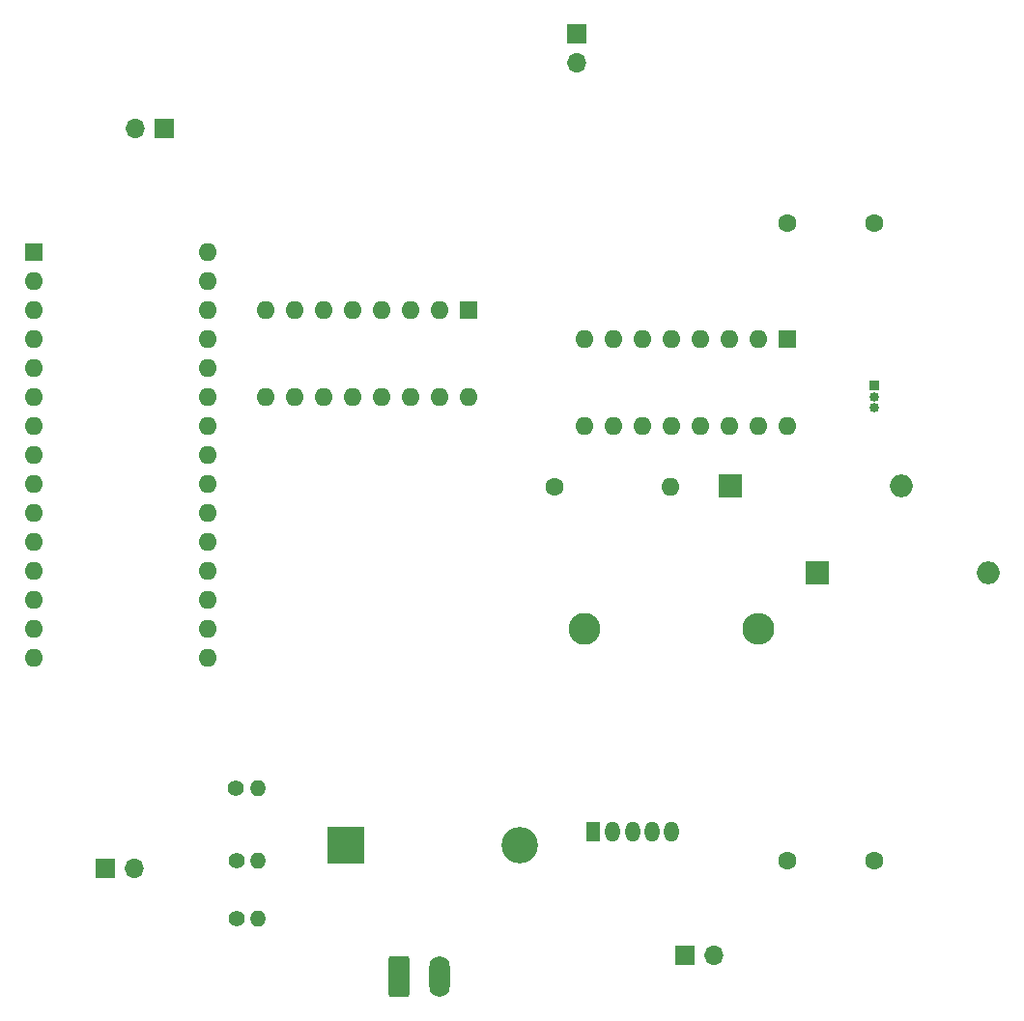
<source format=gbr>
%TF.GenerationSoftware,KiCad,Pcbnew,7.0.2*%
%TF.CreationDate,2023-04-22T23:51:56+05:30*%
%TF.ProjectId,Final circuit pcb file,46696e61-6c20-4636-9972-637569742070,rev?*%
%TF.SameCoordinates,Original*%
%TF.FileFunction,Copper,L2,Bot*%
%TF.FilePolarity,Positive*%
%FSLAX46Y46*%
G04 Gerber Fmt 4.6, Leading zero omitted, Abs format (unit mm)*
G04 Created by KiCad (PCBNEW 7.0.2) date 2023-04-22 23:51:56*
%MOMM*%
%LPD*%
G01*
G04 APERTURE LIST*
G04 Aperture macros list*
%AMRoundRect*
0 Rectangle with rounded corners*
0 $1 Rounding radius*
0 $2 $3 $4 $5 $6 $7 $8 $9 X,Y pos of 4 corners*
0 Add a 4 corners polygon primitive as box body*
4,1,4,$2,$3,$4,$5,$6,$7,$8,$9,$2,$3,0*
0 Add four circle primitives for the rounded corners*
1,1,$1+$1,$2,$3*
1,1,$1+$1,$4,$5*
1,1,$1+$1,$6,$7*
1,1,$1+$1,$8,$9*
0 Add four rect primitives between the rounded corners*
20,1,$1+$1,$2,$3,$4,$5,0*
20,1,$1+$1,$4,$5,$6,$7,0*
20,1,$1+$1,$6,$7,$8,$9,0*
20,1,$1+$1,$8,$9,$2,$3,0*%
G04 Aperture macros list end*
%TA.AperFunction,ComponentPad*%
%ADD10C,1.600000*%
%TD*%
%TA.AperFunction,ComponentPad*%
%ADD11R,1.600000X1.600000*%
%TD*%
%TA.AperFunction,ComponentPad*%
%ADD12O,1.600000X1.600000*%
%TD*%
%TA.AperFunction,ComponentPad*%
%ADD13R,2.000000X2.000000*%
%TD*%
%TA.AperFunction,ComponentPad*%
%ADD14O,2.000000X2.000000*%
%TD*%
%TA.AperFunction,ComponentPad*%
%ADD15RoundRect,0.250000X-0.650000X-1.550000X0.650000X-1.550000X0.650000X1.550000X-0.650000X1.550000X0*%
%TD*%
%TA.AperFunction,ComponentPad*%
%ADD16O,1.800000X3.600000*%
%TD*%
%TA.AperFunction,ComponentPad*%
%ADD17C,1.400000*%
%TD*%
%TA.AperFunction,ComponentPad*%
%ADD18O,1.400000X1.400000*%
%TD*%
%TA.AperFunction,ComponentPad*%
%ADD19R,1.700000X1.700000*%
%TD*%
%TA.AperFunction,ComponentPad*%
%ADD20O,1.700000X1.700000*%
%TD*%
%TA.AperFunction,ComponentPad*%
%ADD21R,1.275000X1.800000*%
%TD*%
%TA.AperFunction,ComponentPad*%
%ADD22O,1.275000X1.800000*%
%TD*%
%TA.AperFunction,ComponentPad*%
%ADD23C,2.800000*%
%TD*%
%TA.AperFunction,ComponentPad*%
%ADD24O,2.800000X2.800000*%
%TD*%
%TA.AperFunction,ComponentPad*%
%ADD25R,0.850000X0.850000*%
%TD*%
%TA.AperFunction,ComponentPad*%
%ADD26O,0.850000X0.850000*%
%TD*%
%TA.AperFunction,ComponentPad*%
%ADD27R,3.200000X3.200000*%
%TD*%
%TA.AperFunction,ComponentPad*%
%ADD28O,3.200000X3.200000*%
%TD*%
G04 APERTURE END LIST*
D10*
%TO.P,R4,1*%
%TO.N,Net-(A1-+5V)*%
X109240000Y-101600000D03*
%TO.P,R4,2*%
%TO.N,GND*%
X116840000Y-101600000D03*
%TD*%
D11*
%TO.P,U3,1,EN1\u002C2*%
%TO.N,Net-(A1-D6)*%
X109220000Y-55880000D03*
D12*
%TO.P,U3,2,1A*%
%TO.N,Net-(A1-D4)*%
X106680000Y-55880000D03*
%TO.P,U3,3,1Y*%
%TO.N,Net-(J3-Pin_1)*%
X104140000Y-55880000D03*
%TO.P,U3,4,GND*%
%TO.N,Net-(A1-GND-Pad29)*%
X101600000Y-55880000D03*
%TO.P,U3,5,GND*%
X99060000Y-55880000D03*
%TO.P,U3,6,2Y*%
%TO.N,Net-(J3-Pin_2)*%
X96520000Y-55880000D03*
%TO.P,U3,7,2A*%
%TO.N,Net-(A1-D4)*%
X93980000Y-55880000D03*
%TO.P,U3,8,VCC2*%
%TO.N,Net-(A1-VIN)*%
X91440000Y-55880000D03*
%TO.P,U3,9,EN3\u002C4*%
%TO.N,Net-(A1-D9)*%
X91440000Y-63500000D03*
%TO.P,U3,10,3A*%
%TO.N,Net-(A1-D8)*%
X93980000Y-63500000D03*
%TO.P,U3,11,3Y*%
%TO.N,Net-(J4-Pin_1)*%
X96520000Y-63500000D03*
%TO.P,U3,12,GND*%
%TO.N,Net-(A1-GND-Pad29)*%
X99060000Y-63500000D03*
%TO.P,U3,13,GND*%
X101600000Y-63500000D03*
%TO.P,U3,14,4Y*%
%TO.N,Net-(J4-Pin_2)*%
X104140000Y-63500000D03*
%TO.P,U3,15,4A*%
%TO.N,Net-(A1-D3)*%
X106680000Y-63500000D03*
%TO.P,U3,16,VCC1*%
%TO.N,Net-(A1-VIN)*%
X109220000Y-63500000D03*
%TD*%
D13*
%TO.P,C1,1*%
%TO.N,+12P*%
X111880000Y-76442500D03*
D14*
%TO.P,C1,2*%
%TO.N,GND*%
X126880000Y-76442500D03*
%TD*%
D11*
%TO.P,U2,1,EN1\u002C2*%
%TO.N,Net-(A1-D6)*%
X81280000Y-53340000D03*
D12*
%TO.P,U2,2,1A*%
%TO.N,Net-(A1-D4)*%
X78740000Y-53340000D03*
%TO.P,U2,3,1Y*%
%TO.N,Net-(J1-Pin_1)*%
X76200000Y-53340000D03*
%TO.P,U2,4,GND*%
%TO.N,Net-(A1-GND-Pad29)*%
X73660000Y-53340000D03*
%TO.P,U2,5,GND*%
X71120000Y-53340000D03*
%TO.P,U2,6,2Y*%
%TO.N,Net-(J1-Pin_2)*%
X68580000Y-53340000D03*
%TO.P,U2,7,2A*%
%TO.N,Net-(A1-D4)*%
X66040000Y-53340000D03*
%TO.P,U2,8,VCC2*%
%TO.N,Net-(A1-VIN)*%
X63500000Y-53340000D03*
%TO.P,U2,9,EN3\u002C4*%
%TO.N,Net-(A1-D9)*%
X63500000Y-60960000D03*
%TO.P,U2,10,3A*%
%TO.N,Net-(A1-D8)*%
X66040000Y-60960000D03*
%TO.P,U2,11,3Y*%
%TO.N,Net-(J2-Pin_1)*%
X68580000Y-60960000D03*
%TO.P,U2,12,GND*%
%TO.N,Net-(A1-GND-Pad29)*%
X71120000Y-60960000D03*
%TO.P,U2,13,GND*%
X73660000Y-60960000D03*
%TO.P,U2,14,4Y*%
%TO.N,Net-(J2-Pin_2)*%
X76200000Y-60960000D03*
%TO.P,U2,15,4A*%
%TO.N,Net-(A1-D3)*%
X78740000Y-60960000D03*
%TO.P,U2,16,VCC1*%
%TO.N,Net-(A1-VIN)*%
X81280000Y-60960000D03*
%TD*%
D15*
%TO.P,J6,1,Pin_1*%
%TO.N,GND*%
X75240000Y-111760000D03*
D16*
%TO.P,J6,2,Pin_2*%
%TO.N,+12P*%
X78740000Y-111760000D03*
%TD*%
D17*
%TO.P,R6,1*%
%TO.N,Net-(R5-Pad2)*%
X60960000Y-106680000D03*
D18*
%TO.P,R6,2*%
%TO.N,GND*%
X62860000Y-106680000D03*
%TD*%
D10*
%TO.P,R3,1*%
%TO.N,Net-(A1-+5V)*%
X109240000Y-45720000D03*
%TO.P,R3,2*%
%TO.N,Net-(A1-A1)*%
X116840000Y-45720000D03*
%TD*%
%TO.P,L1,1,1*%
%TO.N,Net-(D1-K)*%
X88860000Y-68880000D03*
D12*
%TO.P,L1,2,2*%
%TO.N,Net-(A1-VIN)*%
X99020000Y-68880000D03*
%TD*%
D19*
%TO.P,J1,1,Pin_1*%
%TO.N,Net-(J1-Pin_1)*%
X54640000Y-37420000D03*
D20*
%TO.P,J1,2,Pin_2*%
%TO.N,Net-(J1-Pin_2)*%
X52100000Y-37420000D03*
%TD*%
D21*
%TO.P,U1,1,VIN*%
%TO.N,+12P*%
X92260000Y-99060000D03*
D22*
%TO.P,U1,2,OUT*%
%TO.N,Net-(D1-K)*%
X93960000Y-99060000D03*
%TO.P,U1,3,GND*%
%TO.N,GND*%
X95660000Y-99060000D03*
%TO.P,U1,4,FB*%
%TO.N,Net-(U1-FB)*%
X97360000Y-99060000D03*
%TO.P,U1,5,~{ON}/OFF*%
%TO.N,GND*%
X99060000Y-99060000D03*
%TD*%
D23*
%TO.P,R1,1*%
%TO.N,Net-(A1-VIN)*%
X91440000Y-81280000D03*
D24*
%TO.P,R1,2*%
%TO.N,Net-(U1-FB)*%
X106680000Y-81280000D03*
%TD*%
D17*
%TO.P,R2,1*%
%TO.N,Net-(U1-FB)*%
X60910000Y-95280000D03*
D18*
%TO.P,R2,2*%
%TO.N,GND*%
X62810000Y-95280000D03*
%TD*%
D25*
%TO.P,J5,1,Pin_1*%
%TO.N,GND*%
X116840000Y-59960000D03*
D26*
%TO.P,J5,2,Pin_2*%
%TO.N,Net-(A1-+5V)*%
X116840000Y-60960000D03*
%TO.P,J5,3,Pin_3*%
%TO.N,Net-(A1-D10)*%
X116840000Y-61960000D03*
%TD*%
D11*
%TO.P,A1,1,TX1*%
%TO.N,unconnected-(A1-TX1-Pad1)*%
X43180000Y-48260000D03*
D12*
%TO.P,A1,2,RX1*%
%TO.N,unconnected-(A1-RX1-Pad2)*%
X43180000Y-50800000D03*
%TO.P,A1,3,~{RESET}*%
%TO.N,unconnected-(A1-~{RESET}-Pad3)*%
X43180000Y-53340000D03*
%TO.P,A1,4,GND*%
%TO.N,Net-(A1-GND-Pad29)*%
X43180000Y-55880000D03*
%TO.P,A1,5,D2*%
%TO.N,unconnected-(A1-D2-Pad5)*%
X43180000Y-58420000D03*
%TO.P,A1,6,D3*%
%TO.N,Net-(A1-D3)*%
X43180000Y-60960000D03*
%TO.P,A1,7,D4*%
%TO.N,Net-(A1-D4)*%
X43180000Y-63500000D03*
%TO.P,A1,8,D5*%
%TO.N,unconnected-(A1-D5-Pad8)*%
X43180000Y-66040000D03*
%TO.P,A1,9,D6*%
%TO.N,Net-(A1-D6)*%
X43180000Y-68580000D03*
%TO.P,A1,10,D7*%
%TO.N,Net-(A1-D4)*%
X43180000Y-71120000D03*
%TO.P,A1,11,D8*%
%TO.N,Net-(A1-D8)*%
X43180000Y-73660000D03*
%TO.P,A1,12,D9*%
%TO.N,Net-(A1-D9)*%
X43180000Y-76200000D03*
%TO.P,A1,13,D10*%
%TO.N,Net-(A1-D10)*%
X43180000Y-78740000D03*
%TO.P,A1,14,MOSI*%
%TO.N,unconnected-(A1-MOSI-Pad14)*%
X43180000Y-81280000D03*
%TO.P,A1,15,MISO*%
%TO.N,unconnected-(A1-MISO-Pad15)*%
X43180000Y-83820000D03*
%TO.P,A1,16,SCK*%
%TO.N,unconnected-(A1-SCK-Pad16)*%
X58420000Y-83820000D03*
%TO.P,A1,17,3V3*%
%TO.N,unconnected-(A1-3V3-Pad17)*%
X58420000Y-81280000D03*
%TO.P,A1,18,AREF*%
%TO.N,unconnected-(A1-AREF-Pad18)*%
X58420000Y-78740000D03*
%TO.P,A1,19,A0*%
%TO.N,GND*%
X58420000Y-76200000D03*
%TO.P,A1,20,A1*%
%TO.N,Net-(A1-A1)*%
X58420000Y-73660000D03*
%TO.P,A1,21,A2*%
%TO.N,unconnected-(A1-A2-Pad21)*%
X58420000Y-71120000D03*
%TO.P,A1,22,A3*%
%TO.N,unconnected-(A1-A3-Pad22)*%
X58420000Y-68580000D03*
%TO.P,A1,23,SDA/A4*%
%TO.N,unconnected-(A1-SDA{slash}A4-Pad23)*%
X58420000Y-66040000D03*
%TO.P,A1,24,SCL/A5*%
%TO.N,unconnected-(A1-SCL{slash}A5-Pad24)*%
X58420000Y-63500000D03*
%TO.P,A1,25,A6*%
%TO.N,unconnected-(A1-A6-Pad25)*%
X58420000Y-60960000D03*
%TO.P,A1,26,A7*%
%TO.N,unconnected-(A1-A7-Pad26)*%
X58420000Y-58420000D03*
%TO.P,A1,27,+5V*%
%TO.N,Net-(A1-+5V)*%
X58420000Y-55880000D03*
%TO.P,A1,28,~{RESET}*%
%TO.N,unconnected-(A1-~{RESET}-Pad28)*%
X58420000Y-53340000D03*
%TO.P,A1,29,GND*%
%TO.N,Net-(A1-GND-Pad29)*%
X58420000Y-50800000D03*
%TO.P,A1,30,VIN*%
%TO.N,Net-(A1-VIN)*%
X58420000Y-48260000D03*
%TD*%
D19*
%TO.P,J4,1,Pin_1*%
%TO.N,Net-(J4-Pin_1)*%
X100300000Y-109900000D03*
D20*
%TO.P,J4,2,Pin_2*%
%TO.N,Net-(J4-Pin_2)*%
X102840000Y-109900000D03*
%TD*%
D27*
%TO.P,D1,1,K*%
%TO.N,Net-(D1-K)*%
X70560000Y-100310000D03*
D28*
%TO.P,D1,2,A*%
%TO.N,GND*%
X85800000Y-100310000D03*
%TD*%
D19*
%TO.P,J3,1,Pin_1*%
%TO.N,Net-(J3-Pin_1)*%
X90760000Y-29180000D03*
D20*
%TO.P,J3,2,Pin_2*%
%TO.N,Net-(J3-Pin_2)*%
X90760000Y-31720000D03*
%TD*%
D19*
%TO.P,J2,1,Pin_1*%
%TO.N,Net-(J2-Pin_1)*%
X49500000Y-102280000D03*
D20*
%TO.P,J2,2,Pin_2*%
%TO.N,Net-(J2-Pin_2)*%
X52040000Y-102280000D03*
%TD*%
D13*
%TO.P,C2,1*%
%TO.N,Net-(A1-VIN)*%
X104260000Y-68822500D03*
D14*
%TO.P,C2,2*%
%TO.N,GND*%
X119260000Y-68822500D03*
%TD*%
D17*
%TO.P,R5,1*%
%TO.N,Net-(A1-A1)*%
X60960000Y-101600000D03*
D18*
%TO.P,R5,2*%
%TO.N,Net-(R5-Pad2)*%
X62860000Y-101600000D03*
%TD*%
M02*

</source>
